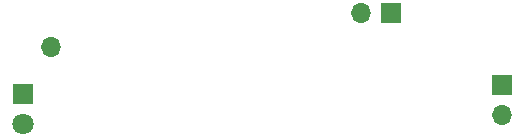
<source format=gbs>
G04 #@! TF.GenerationSoftware,KiCad,Pcbnew,(6.0.9)*
G04 #@! TF.CreationDate,2022-11-30T14:59:24+01:00*
G04 #@! TF.ProjectId,Sensor,53656e73-6f72-42e6-9b69-6361645f7063,rev?*
G04 #@! TF.SameCoordinates,Original*
G04 #@! TF.FileFunction,Soldermask,Bot*
G04 #@! TF.FilePolarity,Negative*
%FSLAX46Y46*%
G04 Gerber Fmt 4.6, Leading zero omitted, Abs format (unit mm)*
G04 Created by KiCad (PCBNEW (6.0.9)) date 2022-11-30 14:59:24*
%MOMM*%
%LPD*%
G01*
G04 APERTURE LIST*
%ADD10R,1.800000X1.800000*%
%ADD11C,1.800000*%
%ADD12O,1.700000X1.700000*%
%ADD13R,1.700000X1.700000*%
G04 APERTURE END LIST*
D10*
X114000000Y-90425000D03*
D11*
X114000000Y-92965000D03*
D12*
X116375000Y-86450000D03*
D13*
X154546472Y-89660000D03*
D12*
X154546472Y-92200000D03*
D13*
X145187500Y-83535000D03*
D12*
X142647500Y-83535000D03*
M02*

</source>
